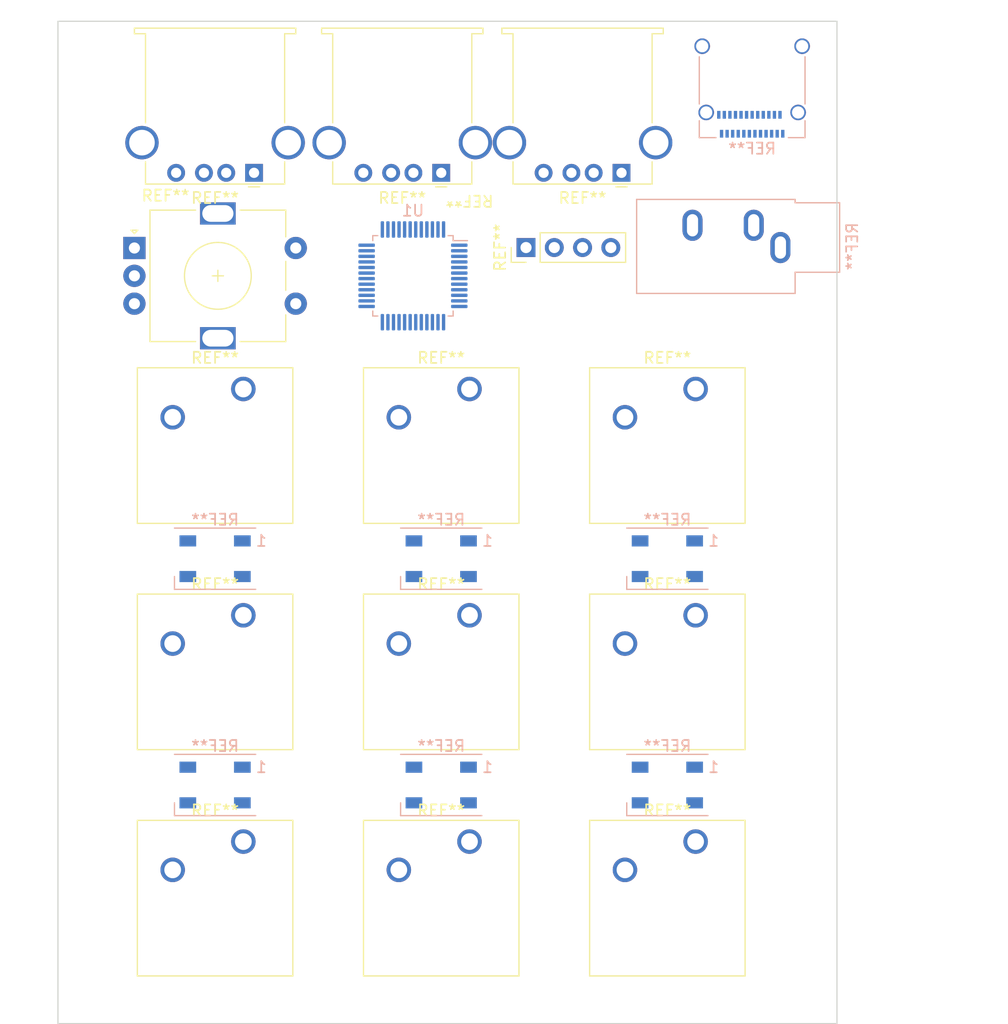
<source format=kicad_pcb>
(kicad_pcb (version 20211014) (generator pcbnew)
  (layers (0 "F.Cu" signal) (31 "B.Cu" signal) (34 "B.Paste" user) (35 "F.Paste" user) (36 "B.SilkS" user "B.Silkscreen") (37 "F.SilkS" user "F.Silkscreen") (38 "B.Mask" user) (39 "F.Mask" user) (44 "Edge.Cuts" user))
  (net 0 "")
  (net 8 "GND")
  (net 9 "+3V3")
  (net 11 "/But_1")
  (net 12 "/But_2")
  (net 13 "/But_3")
  (net 14 "/But_4")
  (net 15 "/But_5")
  (net 16 "/But_6")
  (net 17 "/But_7")
  (net 21 "/SCL")
  (net 22 "/SDA")
  (net 27 "/But_8")
  (footprint "Button_Switch_Keyboard:SW_Cherry_MX_1.00u_PCB" (layer "F.Cu") (at 137.16 109.22)
    (fp_text reference "REF**" (at -2.54 -2.794) (layer "F.SilkS"))
    (fp_text value "SW_Cherry_MX_1.00u_PCB")
    (fp_line (start 4.445 12.065) (end -9.525 12.065) (layer "F.SilkS") (width 0.12))
    (fp_line (start -9.525 -1.905) (end 4.445 -1.905) (layer "F.SilkS") (width 0.12))
    (fp_line (start 4.445 -1.905) (end 4.445 12.065) (layer "F.SilkS") (width 0.12))
    (fp_line (start -9.525 12.065) (end -9.525 -1.905) (layer "F.SilkS") (width 0.12))
    (pad "" np_thru_hole circle (at 2.54 5.08) (size 1.7 1.7) (drill 1.7) (layers *.Cu *.Mask))
    (pad "" np_thru_hole circle (at -2.54 5.08) (size 4 4) (drill 4) (layers *.Cu *.Mask))
    (pad "" np_thru_hole circle (at -7.62 5.08) (size 1.7 1.7) (drill 1.7) (layers *.Cu *.Mask))
    (pad "1" thru_hole circle (at 0 0) (size 2.2 2.2) (drill 1.5) (layers *.Cu *.Mask))
    (pad "2" thru_hole circle (at -6.35 2.54) (size 2.2 2.2) (drill 1.5) (layers *.Cu *.Mask))
  )
  (footprint "Button_Switch_Keyboard:SW_Cherry_MX_1.00u_PCB" (layer "F.Cu") (at 157.48 109.22)
    (fp_text reference "REF**" (at -2.54 -2.794) (layer "F.SilkS"))
    (fp_text value "SW_Cherry_MX_1.00u_PCB")
    (fp_line (start -9.525 -1.905) (end 4.445 -1.905) (layer "F.SilkS") (width 0.12))
    (fp_line (start 4.445 12.065) (end -9.525 12.065) (layer "F.SilkS") (width 0.12))
    (fp_line (start 4.445 -1.905) (end 4.445 12.065) (layer "F.SilkS") (width 0.12))
    (fp_line (start -9.525 12.065) (end -9.525 -1.905) (layer "F.SilkS") (width 0.12))
    (pad "" np_thru_hole circle (at -2.54 5.08) (size 4 4) (drill 4) (layers *.Cu *.Mask))
    (pad "" np_thru_hole circle (at -7.62 5.08) (size 1.7 1.7) (drill 1.7) (layers *.Cu *.Mask))
    (pad "" np_thru_hole circle (at 2.54 5.08) (size 1.7 1.7) (drill 1.7) (layers *.Cu *.Mask))
    (pad "1" thru_hole circle (at 0 0) (size 2.2 2.2) (drill 1.5) (layers *.Cu *.Mask))
    (pad "2" thru_hole circle (at -6.35 2.54) (size 2.2 2.2) (drill 1.5) (layers *.Cu *.Mask))
  )
  (footprint "Connector_USB:USB_A_Stewart_SS-52100-001_Horizontal" (layer "F.Cu") (at 134.62 89.81 180)
    (fp_text reference "REF**" (at 3.5 -2.26) (layer "F.SilkS"))
    (fp_text value "USB_A_Stewart_SS-52100-001_Horizontal")
    (fp_line (start -2.75 4.49) (end -2.75 12.49) (layer "F.SilkS") (width 0.12))
    (fp_line (start -3.75 12.49) (end -3.75 12.99) (layer "F.SilkS") (width 0.12))
    (fp_line (start 10.75 12.99) (end 10.75 12.49) (layer "F.SilkS") (width 0.12))
    (fp_line (start 9.75 12.49) (end 9.75 4.49) (layer "F.SilkS") (width 0.12))
    (fp_line (start 9.75 0.99) (end 9.75 -1.01) (layer "F.SilkS") (width 0.12))
    (fp_line (start -0.5 -1.26) (end 0.5 -1.26) (layer "F.SilkS") (width 0.12))
    (fp_line (start -3.75 12.99) (end 10.75 12.99) (layer "F.SilkS") (width 0.12))
    (fp_line (start 10.75 12.49) (end 9.75 12.49) (layer "F.SilkS") (width 0.12))
    (fp_line (start 9.75 -1.01) (end -2.75 -1.01) (layer "F.SilkS") (width 0.12))
    (fp_line (start -2.75 -1.01) (end -2.75 0.99) (layer "F.SilkS") (width 0.12))
    (fp_line (start -2.75 12.49) (end -3.75 12.49) (layer "F.SilkS") (width 0.12))
    (pad "1" thru_hole rect (at 0 0 180) (size 1.6 1.6) (drill 0.92) (layers *.Cu *.Mask))
    (pad "2" thru_hole circle (at 2.5 0 180) (size 1.6 1.6) (drill 0.92) (layers *.Cu *.Mask))
    (pad "3" thru_hole circle (at 4.5 0 180) (size 1.6 1.6) (drill 0.92) (layers *.Cu *.Mask))
    (pad "4" thru_hole circle (at 7 0 180) (size 1.6 1.6) (drill 0.92) (layers *.Cu *.Mask))
    (pad "5" thru_hole circle (at 10.07 2.71 180) (size 3 3) (drill 2.3) (layers *.Cu *.Mask))
    (pad "5" thru_hole circle (at -3.07 2.71 180) (size 3 3) (drill 2.3) (layers *.Cu *.Mask))
  )
  (footprint "Connector_USB:USB_A_Stewart_SS-52100-001_Horizontal" (layer "F.Cu") (at 117.8 89.81 180)
    (fp_text reference "REF**" (at 3.5 -2.26) (layer "F.SilkS"))
    (fp_text value "USB_A_Stewart_SS-52100-001_Horizontal")
    (fp_line (start -3.75 12.49) (end -3.75 12.99) (layer "F.SilkS") (width 0.12))
    (fp_line (start 9.75 12.49) (end 9.75 4.49) (layer "F.SilkS") (width 0.12))
    (fp_line (start -3.75 12.99) (end 10.75 12.99) (layer "F.SilkS") (width 0.12))
    (fp_line (start 10.75 12.99) (end 10.75 12.49) (layer "F.SilkS") (width 0.12))
    (fp_line (start -2.75 4.49) (end -2.75 12.49) (layer "F.SilkS") (width 0.12))
    (fp_line (start 9.75 -1.01) (end -2.75 -1.01) (layer "F.SilkS") (width 0.12))
    (fp_line (start 10.75 12.49) (end 9.75 12.49) (layer "F.SilkS") (width 0.12))
    (fp_line (start 9.75 0.99) (end 9.75 -1.01) (layer "F.SilkS") (width 0.12))
    (fp_line (start -0.5 -1.26) (end 0.5 -1.26) (layer "F.SilkS") (width 0.12))
    (fp_line (start -2.75 12.49) (end -3.75 12.49) (layer "F.SilkS") (width 0.12))
    (fp_line (start -2.75 -1.01) (end -2.75 0.99) (layer "F.SilkS") (width 0.12))
    (pad "1" thru_hole rect (at 0 0 180) (size 1.6 1.6) (drill 0.92) (layers *.Cu *.Mask))
    (pad "2" thru_hole circle (at 2.5 0 180) (size 1.6 1.6) (drill 0.92) (layers *.Cu *.Mask))
    (pad "3" thru_hole circle (at 4.5 0 180) (size 1.6 1.6) (drill 0.92) (layers *.Cu *.Mask))
    (pad "4" thru_hole circle (at 7 0 180) (size 1.6 1.6) (drill 0.92) (layers *.Cu *.Mask))
    (pad "5" thru_hole circle (at -3.07 2.71 180) (size 3 3) (drill 2.3) (layers *.Cu *.Mask))
    (pad "5" thru_hole circle (at 10.07 2.71 180) (size 3 3) (drill 2.3) (layers *.Cu *.Mask))
  )
  (footprint "Connector_PinHeader_2.54mm:PinHeader_1x04_P2.54mm_Vertical" (layer "F.Cu") (at 142.24 96.52 90)
    (fp_text reference "REF**" (at 0 -2.33 90) (layer "F.SilkS"))
    (fp_text value "PinHeader_1x04_P2.54mm_Vertical")
    (fp_line (start -1.33 1.27) (end -1.33 8.95) (layer "F.SilkS") (width 0.12))
    (fp_line (start -1.33 -1.33) (end 0 -1.33) (layer "F.SilkS") (width 0.12))
    (fp_line (start 1.33 1.27) (end 1.33 8.95) (layer "F.SilkS") (width 0.12))
    (fp_line (start -1.33 8.95) (end 1.33 8.95) (layer "F.SilkS") (width 0.12))
    (fp_line (start -1.33 0) (end -1.33 -1.33) (layer "F.SilkS") (width 0.12))
    (fp_line (start -1.33 1.27) (end 1.33 1.27) (layer "F.SilkS") (width 0.12))
    (pad "1" thru_hole rect (at 0 0 90) (size 1.7 1.7) (drill 1) (layers *.Cu *.Mask))
    (pad "2" thru_hole oval (at 0 2.54 90) (size 1.7 1.7) (drill 1) (layers *.Cu *.Mask))
    (pad "3" thru_hole oval (at 0 5.08 90) (size 1.7 1.7) (drill 1) (layers *.Cu *.Mask))
    (pad "4" thru_hole oval (at 0 7.62 90) (size 1.7 1.7) (drill 1) (layers *.Cu *.Mask))
  )
  (footprint "Button_Switch_Keyboard:SW_Cherry_MX_1.00u_PCB" (layer "F.Cu") (at 116.84 129.54)
    (fp_text reference "REF**" (at -2.54 -2.794) (layer "F.SilkS"))
    (fp_text value "SW_Cherry_MX_1.00u_PCB")
    (fp_line (start -9.525 12.065) (end -9.525 -1.905) (layer "F.SilkS") (width 0.12))
    (fp_line (start 4.445 12.065) (end -9.525 12.065) (layer "F.SilkS") (width 0.12))
    (fp_line (start 4.445 -1.905) (end 4.445 12.065) (layer "F.SilkS") (width 0.12))
    (fp_line (start -9.525 -1.905) (end 4.445 -1.905) (layer "F.SilkS") (width 0.12))
    (pad "" np_thru_hole circle (at -2.54 5.08) (size 4 4) (drill 4) (layers *.Cu *.Mask))
    (pad "" np_thru_hole circle (at 2.54 5.08) (size 1.7 1.7) (drill 1.7) (layers *.Cu *.Mask))
    (pad "" np_thru_hole circle (at -7.62 5.08) (size 1.7 1.7) (drill 1.7) (layers *.Cu *.Mask))
    (pad "1" thru_hole circle (at 0 0) (size 2.2 2.2) (drill 1.5) (layers *.Cu *.Mask))
    (pad "2" thru_hole circle (at -6.35 2.54) (size 2.2 2.2) (drill 1.5) (layers *.Cu *.Mask))
  )
  (footprint "Rotary_Encoder:RotaryEncoder_Alps_EC11E-Switch_Vertical_H20mm" (layer "F.Cu") (at 107.05 96.56)
    (fp_text reference "REF**" (at 2.8 -4.7) (layer "F.SilkS"))
    (fp_text value "RotaryEncoder_Alps_EC11E-Switch_Vertical_H20mm")
    (fp_line (start 7.5 2) (end 7.5 3) (layer "F.SilkS") (width 0.12))
    (fp_line (start 0 -1.3) (end -0.3 -1.6) (layer "F.SilkS") (width 0.12))
    (fp_line (start 1.4 -3.4) (end 1.4 8.4) (layer "F.SilkS") (width 0.12))
    (fp_line (start 7 2.5) (end 8 2.5) (layer "F.SilkS") (width 0.12))
    (fp_line (start 13.6 1.2) (end 13.6 3.8) (layer "F.SilkS") (width 0.12))
    (fp_line (start 9.5 -3.4) (end 13.6 -3.4) (layer "F.SilkS") (width 0.12))
    (fp_line (start 5.5 8.4) (end 1.4 8.4) (layer "F.SilkS") (width 0.12))
    (fp_line (start 13.6 6) (end 13.6 8.4) (layer "F.SilkS") (width 0.12))
    (fp_line (start -0.3 -1.6) (end 0.3 -1.6) (layer "F.SilkS") (width 0.12))
    (fp_line (start 13.6 -3.4) (end 13.6 -1) (layer "F.SilkS") (width 0.12))
    (fp_line (start 5.5 -3.4) (end 1.4 -3.4) (layer "F.SilkS") (width 0.12))
    (fp_line (start 0.3 -1.6) (end 0 -1.3) (layer "F.SilkS") (width 0.12))
    (fp_line (start 13.6 8.4) (end 9.5 8.4) (layer "F.SilkS") (width 0.12))
    (fp_circle (center 7.5 2.5) (end 10.5 2.5) (layer "F.SilkS") (width 0.12) (fill none))
    (pad "A" thru_hole rect (at 0 0) (size 2 2) (drill 1) (layers *.Cu *.Mask))
    (pad "B" thru_hole circle (at 0 5) (size 2 2) (drill 1) (layers *.Cu *.Mask))
    (pad "C" thru_hole circle (at 0 2.5) (size 2 2) (drill 1) (layers *.Cu *.Mask))
    (pad "MP" thru_hole rect (at 7.5 -3.1) (size 3.2 2) (drill oval 2.8 1.5) (layers *.Cu *.Mask))
    (pad "MP" thru_hole rect (at 7.5 8.1) (size 3.2 2) (drill oval 2.8 1.5) (layers *.Cu *.Mask))
    (pad "S1" thru_hole circle (at 14.5 5) (size 2 2) (drill 1) (layers *.Cu *.Mask))
    (pad "S2" thru_hole circle (at 14.5 0) (size 2 2) (drill 1) (layers *.Cu *.Mask))
  )
  (footprint "Connector_USB:USB_A_Stewart_SS-52100-001_Horizontal" (layer "F.Cu") (at 150.82 89.81 180)
    (fp_text reference "REF**" (at 3.5 -2.26) (layer "F.SilkS"))
    (fp_text value "USB_A_Stewart_SS-52100-001_Horizontal")
    (fp_line (start 9.75 12.49) (end 9.75 4.49) (layer "F.SilkS") (width 0.12))
    (fp_line (start -2.75 4.49) (end -2.75 12.49) (layer "F.SilkS") (width 0.12))
    (fp_line (start -2.75 12.49) (end -3.75 12.49) (layer "F.SilkS") (width 0.12))
    (fp_line (start 9.75 0.99) (end 9.75 -1.01) (layer "F.SilkS") (width 0.12))
    (fp_line (start 10.75 12.99) (end 10.75 12.49) (layer "F.SilkS") (width 0.12))
    (fp_line (start -0.5 -1.26) (end 0.5 -1.26) (layer "F.SilkS") (width 0.12))
    (fp_line (start -3.75 12.49) (end -3.75 12.99) (layer "F.SilkS") (width 0.12))
    (fp_line (start 10.75 12.49) (end 9.75 12.49) (layer "F.SilkS") (width 0.12))
    (fp_line (start 9.75 -1.01) (end -2.75 -1.01) (layer "F.SilkS") (width 0.12))
    (fp_line (start -2.75 -1.01) (end -2.75 0.99) (layer "F.SilkS") (width 0.12))
    (fp_line (start -3.75 12.99) (end 10.75 12.99) (layer "F.SilkS") (width 0.12))
    (pad "1" thru_hole rect (at 0 0 180) (size 1.6 1.6) (drill 0.92) (layers *.Cu *.Mask))
    (pad "2" thru_hole circle (at 2.5 0 180) (size 1.6 1.6) (drill 0.92) (layers *.Cu *.Mask))
    (pad "3" thru_hole circle (at 4.5 0 180) (size 1.6 1.6) (drill 0.92) (layers *.Cu *.Mask))
    (pad "4" thru_hole circle (at 7 0 180) (size 1.6 1.6) (drill 0.92) (layers *.Cu *.Mask))
    (pad "5" thru_hole circle (at 10.07 2.71 180) (size 3 3) (drill 2.3) (layers *.Cu *.Mask))
    (pad "5" thru_hole circle (at -3.07 2.71 180) (size 3 3) (drill 2.3) (layers *.Cu *.Mask))
  )
  (footprint "Button_Switch_Keyboard:SW_Cherry_MX_1.00u_PCB" (layer "F.Cu") (at 157.48 149.86)
    (fp_text reference "REF**" (at -2.54 -2.794) (layer "F.SilkS"))
    (fp_text value "SW_Cherry_MX_1.00u_PCB")
    (fp_line (start 4.445 -1.905) (end 4.445 12.065) (layer "F.SilkS") (width 0.12))
    (fp_line (start -9.525 12.065) (end -9.525 -1.905) (layer "F.SilkS") (width 0.12))
    (fp_line (start -9.525 -1.905) (end 4.445 -1.905) (layer "F.SilkS") (width 0.12))
    (fp_line (start 4.445 12.065) (end -9.525 12.065) (layer "F.SilkS") (width 0.12))
    (pad "" np_thru_hole circle (at 2.54 5.08) (size 1.7 1.7) (drill 1.7) (layers *.Cu *.Mask))
    (pad "" np_thru_hole circle (at -2.54 5.08) (size 4 4) (drill 4) (layers *.Cu *.Mask))
    (pad "" np_thru_hole circle (at -7.62 5.08) (size 1.7 1.7) (drill 1.7) (layers *.Cu *.Mask))
    (pad "1" thru_hole circle (at 0 0) (size 2.2 2.2) (drill 1.5) (layers *.Cu *.Mask))
    (pad "2" thru_hole circle (at -6.35 2.54) (size 2.2 2.2) (drill 1.5) (layers *.Cu *.Mask))
  )
  (footprint "Button_Switch_Keyboard:SW_Cherry_MX_1.00u_PCB" (layer "F.Cu") (at 137.16 149.86)
    (fp_text reference "REF**" (at -2.54 -2.794) (layer "F.SilkS"))
    (fp_text value "SW_Cherry_MX_1.00u_PCB")
    (fp_line (start 4.445 -1.905) (end 4.445 12.065) (layer "F.SilkS") (width 0.12))
    (fp_line (start -9.525 -1.905) (end 4.445 -1.905) (layer "F.SilkS") (width 0.12))
    (fp_line (start 4.445 12.065) (end -9.525 12.065) (layer "F.SilkS") (width 0.12))
    (fp_line (start -9.525 12.065) (end -9.525 -1.905) (layer "F.SilkS") (width 0.12))
    (pad "" np_thru_hole circle (at -2.54 5.08) (size 4 4) (drill 4) (layers *.Cu *.Mask))
    (pad "" np_thru_hole circle (at 2.54 5.08) (size 1.7 1.7) (drill 1.7) (layers *.Cu *.Mask))
    (pad "" np_thru_hole circle (at -7.62 5.08) (size 1.7 1.7) (drill 1.7) (layers *.Cu *.Mask))
    (pad "1" thru_hole circle (at 0 0) (size 2.2 2.2) (drill 1.5) (layers *.Cu *.Mask))
    (pad "2" thru_hole circle (at -6.35 2.54) (size 2.2 2.2) (drill 1.5) (layers *.Cu *.Mask))
  )
  (footprint "Button_Switch_Keyboard:SW_Cherry_MX_1.00u_PCB" (layer "F.Cu") (at 116.84 149.86)
    (fp_text reference "REF**" (at -2.54 -2.794) (layer "F.SilkS"))
    (fp_text value "SW_Cherry_MX_1.00u_PCB")
    (fp_line (start 4.445 12.065) (end -9.525 12.065) (layer "F.SilkS") (width 0.12))
    (fp_line (start -9.525 -1.905) (end 4.445 -1.905) (layer "F.SilkS") (width 0.12))
    (fp_line (start 4.445 -1.905) (end 4.445 12.065) (layer "F.SilkS") (width 0.12))
    (fp_line (start -9.525 12.065) (end -9.525 -1.905) (layer "F.SilkS") (width 0.12))
    (pad "" np_thru_hole circle (at 2.54 5.08) (size 1.7 1.7) (drill 1.7) (layers *.Cu *.Mask))
    (pad "" np_thru_hole circle (at -7.62 5.08) (size 1.7 1.7) (drill 1.7) (layers *.Cu *.Mask))
    (pad "" np_thru_hole circle (at -2.54 5.08) (size 4 4) (drill 4) (layers *.Cu *.Mask))
    (pad "1" thru_hole circle (at 0 0) (size 2.2 2.2) (drill 1.5) (layers *.Cu *.Mask))
    (pad "2" thru_hole circle (at -6.35 2.54) (size 2.2 2.2) (drill 1.5) (layers *.Cu *.Mask))
  )
  (footprint "Button_Switch_Keyboard:SW_Cherry_MX_1.00u_PCB" (layer "F.Cu") (at 137.16 129.54)
    (fp_text reference "REF**" (at -2.54 -2.794) (layer "F.SilkS"))
    (fp_text value "SW_Cherry_MX_1.00u_PCB")
    (fp_line (start -9.525 12.065) (end -9.525 -1.905) (layer "F.SilkS") (width 0.12))
    (fp_line (start -9.525 -1.905) (end 4.445 -1.905) (layer "F.SilkS") (width 0.12))
    (fp_line (start 4.445 -1.905) (end 4.445 12.065) (layer "F.SilkS") (width 0.12))
    (fp_line (start 4.445 12.065) (end -9.525 12.065) (layer "F.SilkS") (width 0.12))
    (pad "" np_thru_hole circle (at -7.62 5.08) (size 1.7 1.7) (drill 1.7) (layers *.Cu *.Mask))
    (pad "" np_thru_hole circle (at -2.54 5.08) (size 4 4) (drill 4) (layers *.Cu *.Mask))
    (pad "" np_thru_hole circle (at 2.54 5.08) (size 1.7 1.7) (drill 1.7) (layers *.Cu *.Mask))
    (pad "1" thru_hole circle (at 0 0) (size 2.2 2.2) (drill 1.5) (layers *.Cu *.Mask))
    (pad "2" thru_hole circle (at -6.35 2.54) (size 2.2 2.2) (drill 1.5) (layers *.Cu *.Mask))
  )
  (footprint "Button_Switch_Keyboard:SW_Cherry_MX_1.00u_PCB" (layer "F.Cu") (at 116.84 109.22)
    (fp_text reference "REF**" (at -2.54 -2.794) (layer "F.SilkS"))
    (fp_text value "SW_Cherry_MX_1.00u_PCB")
    (fp_line (start -9.525 -1.905) (end 4.445 -1.905) (layer "F.SilkS") (width 0.12))
    (fp_line (start 4.445 12.065) (end -9.525 12.065) (layer "F.SilkS") (width 0.12))
    (fp_line (start 4.445 -1.905) (end 4.445 12.065) (layer "F.SilkS") (width 0.12))
    (fp_line (start -9.525 12.065) (end -9.525 -1.905) (layer "F.SilkS") (width 0.12))
    (pad "" np_thru_hole circle (at 2.54 5.08) (size 1.7 1.7) (drill 1.7) (layers *.Cu *.Mask))
    (pad "" np_thru_hole circle (at -7.62 5.08) (size 1.7 1.7) (drill 1.7) (layers *.Cu *.Mask))
    (pad "" np_thru_hole circle (at -2.54 5.08) (size 4 4) (drill 4) (layers *.Cu *.Mask))
    (pad "1" thru_hole circle (at 0 0) (size 2.2 2.2) (drill 1.5) (layers *.Cu *.Mask))
    (pad "2" thru_hole circle (at -6.35 2.54) (size 2.2 2.2) (drill 1.5) (layers *.Cu *.Mask))
  )
  (footprint "Button_Switch_Keyboard:SW_Cherry_MX_1.00u_PCB" (layer "F.Cu") (at 157.48 129.54)
    (fp_text reference "REF**" (at -2.54 -2.794) (layer "F.SilkS"))
    (fp_text value "SW_Cherry_MX_1.00u_PCB")
    (fp_line (start 4.445 12.065) (end -9.525 12.065) (layer "F.SilkS") (width 0.12))
    (fp_line (start -9.525 -1.905) (end 4.445 -1.905) (layer "F.SilkS") (width 0.12))
    (fp_line (start 4.445 -1.905) (end 4.445 12.065) (layer "F.SilkS") (width 0.12))
    (fp_line (start -9.525 12.065) (end -9.525 -1.905) (layer "F.SilkS") (width 0.12))
    (pad "" np_thru_hole circle (at -7.62 5.08) (size 1.7 1.7) (drill 1.7) (layers *.Cu *.Mask))
    (pad "" np_thru_hole circle (at 2.54 5.08) (size 1.7 1.7) (drill 1.7) (layers *.Cu *.Mask))
    (pad "" np_thru_hole circle (at -2.54 5.08) (size 4 4) (drill 4) (layers *.Cu *.Mask))
    (pad "1" thru_hole circle (at 0 0) (size 2.2 2.2) (drill 1.5) (layers *.Cu *.Mask))
    (pad "2" thru_hole circle (at -6.35 2.54) (size 2.2 2.2) (drill 1.5) (layers *.Cu *.Mask))
  )
  (footprint "Package_QFP:LQFP-48_7x7mm_P0.5mm" (layer "B.Cu") (at 132.08 99.06 180)
    (fp_text reference "U1" (at 0 5.85) (layer "B.SilkS") (effects (justify mirror)))
    (fp_text value "STM32 MCU")
    (fp_line (start -3.16 -3.61) (end -3.61 -3.61) (layer "B.SilkS") (width 0.12))
    (fp_line (start 3.61 3.61) (end 3.61 3.16) (layer "B.SilkS") (width 0.12))
    (fp_line (start -3.16 3.61) (end -3.61 3.61) (layer "B.SilkS") (width 0.12))
    (fp_line (start -3.61 3.16) (end -4.9 3.16) (layer "B.SilkS") (width 0.12))
    (fp_line (start 3.61 -3.61) (end 3.61 -3.16) (layer "B.SilkS") (width 0.12))
    (fp_line (start -3.61 3.61) (end -3.61 3.16) (layer "B.SilkS") (width 0.12))
    (fp_line (start -3.61 -3.61) (end -3.61 -3.16) (layer "B.SilkS") (width 0.12))
    (fp_line (start 3.16 3.61) (end 3.61 3.61) (layer "B.SilkS") (width 0.12))
    (fp_line (start 3.16 -3.61) (end 3.61 -3.61) (layer "B.SilkS") (width 0.12))
    (pad "1" smd roundrect (at -4.1625 2.75 180) (size 1.475 0.3) (layers "B.Cu" "B.Paste" "B.Mask"))
    (pad "2" smd roundrect (at -4.1625 2.25 180) (size 1.475 0.3) (layers "B.Cu" "B.Paste" "B.Mask"))
    (pad "3" smd roundrect (at -4.1625 1.75 180) (size 1.475 0.3) (layers "B.Cu" "B.Paste" "B.Mask"))
    (pad "4" smd roundrect (at -4.1625 1.25 180) (size 1.475 0.3) (layers "B.Cu" "B.Paste" "B.Mask"))
    (pad "5" smd roundrect (at -4.1625 0.75 180) (size 1.475 0.3) (layers "B.Cu" "B.Paste" "B.Mask"))
    (pad "6" smd roundrect (at -4.1625 0.25 180) (size 1.475 0.3) (layers "B.Cu" "B.Paste" "B.Mask"))
    (pad "7" smd roundrect (at -4.1625 -0.25 180) (size 1.475 0.3) (layers "B.Cu" "B.Paste" "B.Mask"))
    (pad "8" smd roundrect (at -4.1625 -0.75 180) (size 1.475 0.3) (layers "B.Cu" "B.Paste" "B.Mask") (net 8 "GND"))
    (pad "9" smd roundrect (at -4.1625 -1.25 180) (size 1.475 0.3) (layers "B.Cu" "B.Paste" "B.Mask") (net 9 "+3V3"))
    (pad "10" smd roundrect (at -4.1625 -1.75 180) (size 1.475 0.3) (layers "B.Cu" "B.Paste" "B.Mask"))
    (pad "11" smd roundrect (at -4.1625 -2.25 180) (size 1.475 0.3) (layers "B.Cu" "B.Paste" "B.Mask") (net 11 "/But_1"))
    (pad "12" smd roundrect (at -4.1625 -2.75 180) (size 1.475 0.3) (layers "B.Cu" "B.Paste" "B.Mask") (net 12 "/But_2"))
    (pad "13" smd roundrect (at -2.75 -4.1625 180) (size 0.3 1.475) (layers "B.Cu" "B.Paste" "B.Mask") (net 13 "/But_3"))
    (pad "14" smd roundrect (at -2.25 -4.1625 180) (size 0.3 1.475) (layers "B.Cu" "B.Paste" "B.Mask") (net 14 "/But_4"))
    (pad "15" smd roundrect (at -1.75 -4.1625 180) (size 0.3 1.475) (layers "B.Cu" "B.Paste" "B.Mask") (net 15 "/But_5"))
    (pad "16" smd roundrect (at -1.25 -4.1625 180) (size 0.3 1.475) (layers "B.Cu" "B.Paste" "B.Mask") (net 16 "/But_6"))
    (pad "17" smd roundrect (at -0.75 -4.1625 180) (size 0.3 1.475) (layers "B.Cu" "B.Paste" "B.Mask") (net 17 "/But_7"))
    (pad "18" smd roundrect (at -0.25 -4.1625 180) (size 0.3 1.475) (layers "B.Cu" "B.Paste" "B.Mask"))
    (pad "19" smd roundrect (at 0.25 -4.1625 180) (size 0.3 1.475) (layers "B.Cu" "B.Paste" "B.Mask"))
    (pad "20" smd roundrect (at 0.75 -4.1625 180) (size 0.3 1.475) (layers "B.Cu" "B.Paste" "B.Mask"))
    (pad "21" smd roundrect (at 1.25 -4.1625 180) (size 0.3 1.475) (layers "B.Cu" "B.Paste" "B.Mask") (net 21 "/SCL"))
    (pad "22" smd roundrect (at 1.75 -4.1625 180) (size 0.3 1.475) (layers "B.Cu" "B.Paste" "B.Mask") (net 22 "/SDA"))
    (pad "23" smd roundrect (at 2.25 -4.1625 180) (size 0.3 1.475) (layers "B.Cu" "B.Paste" "B.Mask") (net 8 "GND"))
    (pad "24" smd roundrect (at 2.75 -4.1625 180) (size 0.3 1.475) (layers "B.Cu" "B.Paste" "B.Mask") (net 9 "+3V3"))
    (pad "25" smd roundrect (at 4.1625 -2.75 180) (size 1.475 0.3) (layers "B.Cu" "B.Paste" "B.Mask"))
    (pad "26" smd roundrect (at 4.1625 -2.25 180) (size 1.475 0.3) (layers "B.Cu" "B.Paste" "B.Mask"))
    (pad "27" smd roundrect (at 4.1625 -1.75 180) (size 1.475 0.3) (layers "B.Cu" "B.Paste" "B.Mask"))
    (pad "28" smd roundrect (at 4.1625 -1.25 180) (size 1.475 0.3) (layers "B.Cu" "B.Paste" "B.Mask"))
    (pad "29" smd roundrect (at 4.1625 -0.75 180) (size 1.475 0.3) (layers "B.Cu" "B.Paste" "B.Mask") (net 27 "/But_8"))
    (pad "30" smd roundrect (at 4.1625 -0.25 180) (size 1.475 0.3) (layers "B.Cu" "B.Paste" "B.Mask"))
    (pad "31" smd roundrect (at 4.1625 0.25 180) (size 1.475 0.3) (layers "B.Cu" "B.Paste" "B.Mask"))
    (pad "32" smd roundrect (at 4.1625 0.75 180) (size 1.475 0.3) (layers "B.Cu" "B.Paste" "B.Mask"))
    (pad "33" smd roundrect (at 4.1625 1.25 180) (size 1.475 0.3) (layers "B.Cu" "B.Paste" "B.Mask"))
    (pad "34" smd roundrect (at 4.1625 1.75 180) (size 1.475 0.3) (layers "B.Cu" "B.Paste" "B.Mask"))
    (pad "35" smd roundrect (at 4.1625 2.25 180) (size 1.475 0.3) (layers "B.Cu" "B.Paste" "B.Mask") (net 8 "GND"))
    (pad "36" smd roundrect (at 4.1625 2.75 180) (size 1.475 0.3) (layers "B.Cu" "B.Paste" "B.Mask") (net 9 "+3V3"))
    (pad "37" smd roundrect (at 2.75 4.1625 180) (size 0.3 1.475) (layers "B.Cu" "B.Paste" "B.Mask"))
    (pad "38" smd roundrect (at 2.25 4.1625 180) (size 0.3 1.475) (layers "B.Cu" "B.Paste" "B.Mask"))
    (pad "39" smd roundrect (at 1.75 4.1625 180) (size 0.3 1.475) (layers "B.Cu" "B.Paste" "B.Mask"))
    (pad "40" smd roundrect (at 1.25 4.1625 180) (size 0.3 1.475) (layers "B.Cu" "B.Paste" "B.Mask"))
    (pad "41" smd roundrect (at 0.75 4.1625 180) (size 0.3 1.475) (layers "B.Cu" "B.Paste" "B.Mask"))
    (pad "42" smd roundrect (at 0.25 4.1625 180) (size 0.3 1.475) (layers "B.Cu" "B.Paste" "B.Mask"))
    (pad "43" smd roundrect (at -0.25 4.1625 180) (size 0.3 1.475) (layers "B.Cu" "B.Paste" "B.Mask"))
    (pad "44" smd roundrect (at -0.75 4.1625 180) (size 0.3 1.475) (layers "B.Cu" "B.Paste" "B.Mask"))
    (pad "45" smd roundrect (at -1.25 4.1625 180) (size 0.3 1.475) (layers "B.Cu" "B.Paste" "B.Mask"))
    (pad "46" smd roundrect (at -1.75 4.1625 180) (size 0.3 1.475) (layers "B.Cu" "B.Paste" "B.Mask"))
    (pad "47" smd roundrect (at -2.25 4.1625 180) (size 0.3 1.475) (layers "B.Cu" "B.Paste" "B.Mask") (net 8 "GND"))
    (pad "48" smd roundrect (at -2.75 4.1625 180) (size 0.3 1.475) (layers "B.Cu" "B.Paste" "B.Mask") (net 9 "+3V3"))
  )
  (footprint "Connector_USB:USB_C_Receptacle_Amphenol_12401610E4-2A_CircularHoles" (layer "B.Cu") (at 162.56 81.28)
    (fp_text reference "REF**" (at 0 6.36) (layer "B.SilkS") (effects (justify mirror)))
    (fp_text value "USB_C_Receptacle_Amphenol_12401610E4-2A_CircularHoles")
    (fp_line (start 4.75 5.37) (end 4.75 3.85) (layer "B.SilkS") (width 0.12))
    (fp_line (start -4.75 5.37) (end -3.25 5.37) (layer "B.SilkS") (width 0.12))
    (fp_line (start -4.75 2.35) (end -4.75 -1.89) (layer "B.SilkS") (width 0.12))
    (fp_line (start 3.25 5.37) (end 4.75 5.37) (layer "B.SilkS") (width 0.12))
    (fp_line (start -4.75 5.37) (end -4.75 3.85) (layer "B.SilkS") (width 0.12))
    (fp_line (start 4.75 2.35) (end 4.75 -1.89) (layer "B.SilkS") (width 0.12))
    (pad "" np_thru_hole circle (at -3.6 4.36) (size 0.65 0.65) (drill 0.65) (layers *.Cu *.Mask))
    (pad "" np_thru_hole circle (at 3.6 4.36) (size 0.95 0.95) (drill 0.95) (layers *.Cu *.Mask))
    (pad "A1" smd rect (at -2.75 5.02) (size 0.3 0.7) (layers "B.Cu" "B.Paste" "B.Mask"))
    (pad "A2" smd rect (at -2.25 5.02) (size 0.3 0.7) (layers "B.Cu" "B.Paste" "B.Mask"))
    (pad "A3" smd rect (at -1.75 5.02) (size 0.3 0.7) (layers "B.Cu" "B.Paste" "B.Mask"))
    (pad "A4" smd rect (at -1.25 5.02) (size 0.3 0.7) (layers "B.Cu" "B.Paste" "B.Mask"))
    (pad "A5" smd rect (at -0.75 5.02) (size 0.3 0.7) (layers "B.Cu" "B.Paste" "B.Mask"))
    (pad "A6" smd rect (at -0.25 5.02) (size 0.3 0.7) (layers "B.Cu" "B.Paste" "B.Mask"))
    (pad "A7" smd rect (at 0.25 5.02) (size 0.3 0.7) (layers "B.Cu" "B.Paste" "B.Mask"))
    (pad "A8" smd rect (at 0.75 5.02) (size 0.3 0.7) (layers "B.Cu" "B.Paste" "B.Mask"))
    (pad "A9" smd rect (at 1.25 5.02) (size 0.3 0.7) (layers "B.Cu" "B.Paste" "B.Mask"))
    (pad "A10" smd rect (at 1.75 5.02) (size 0.3 0.7) (layers "B.Cu" "B.Paste" "B.Mask"))
    (pad "A11" smd rect (at 2.25 5.02) (size 0.3 0.7) (layers "B.Cu" "B.Paste" "B.Mask"))
    (pad "A12" smd rect (at 2.75 5.02) (size 0.3 0.7) (layers "B.Cu" "B.Paste" "B.Mask"))
    (pad "B1" smd rect (at 2.5 3.32) (size 0.3 0.7) (layers "B.Cu" "B.Paste" "B.Mask"))
    (pad "B2" smd rect (at 2 3.32) (size 0.3 0.7) (layers "B.Cu" "B.Paste" "B.Mask"))
    (pad "B3" smd rect (at 1.5 3.32) (size 0.3 0.7) (layers "B.Cu" "B.Paste" "B.Mask"))
    (pad "B4" smd rect (at 1 3.32) (size 0.3 0.7) (layers "B.Cu" "B.Paste" "B.Mask"))
    (pad "B5" smd rect (at 0.5 3.32) (size 0.3 0.7) (layers "B.Cu" "B.Paste" "B.Mask"))
    (pad "B6" smd rect (at 0 3.32) (size 0.3 0.7) (layers "B.Cu" "B.Paste" "B.Mask"))
    (pad "B7" smd rect (at -0.5 3.32) (size 0.3 0.7) (layers "B.Cu" "B.Paste" "B.Mask"))
    (pad "B8" smd rect (at -1 3.32) (size 0.3 0.7) (layers "B.Cu" "B.Paste" "B.Mask"))
    (pad "B9" smd rect (at -1.5 3.32) (size 0.3 0.7) (layers "B.Cu" "B.Paste" "B.Mask"))
    (pad "B10" smd rect (at -2 3.32) (size 0.3 0.7) (layers "B.Cu" "B.Paste" "B.Mask"))
    (pad "B11" smd rect (at -2.5 3.32) (size 0.3 0.7) (layers "B.Cu" "B.Paste" "B.Mask"))
    (pad "B12" smd rect (at -3 3.32) (size 0.3 0.7) (layers "B.Cu" "B.Paste" "B.Mask"))
    (pad "S1" thru_hole circle (at 4.13 3.11) (size 1.4 1.4) (drill 1.1) (layers *.Cu *.Mask))
    (pad "S1" thru_hole circle (at -4.49 -2.84) (size 1.4 1.4) (drill 1.1) (layers *.Cu *.Mask))
    (pad "S1" thru_hole circle (at 4.49 -2.84) (size 1.4 1.4) (drill 1.1) (layers *.Cu *.Mask))
    (pad "S1" thru_hole circle (at -4.13 3.11) (size 1.4 1.4) (drill 1.1) (layers *.Cu *.Mask))
  )
  (footprint "Connector_Audio:Jack_3.5mm_CUI_SJ1-3533NG_Horizontal" (layer "B.Cu") (at 165.1 96.52 90)
    (fp_text reference "REF**" (at 0.1 6.45 90) (layer "B.SilkS") (effects (justify mirror)))
    (fp_text value "Jack_3.5mm_CUI_SJ1-3533NG_Horizontal")
    (fp_line (start 4.32 1.32) (end 4.32 -12.92) (layer "B.SilkS") (width 0.12))
    (fp_line (start 4.02 5.32) (end 4.02 1.32) (layer "B.SilkS") (width 0.12))
    (fp_line (start -4.12 1.32) (end -2.22 1.32) (layer "B.SilkS") (width 0.12))
    (fp_line (start -2.22 5.32) (end 4.02 5.32) (layer "B.SilkS") (width 0.12))
    (fp_line (start -4.12 -12.92) (end -4.12 1.32) (layer "B.SilkS") (width 0.12))
    (fp_line (start 4.32 -12.92) (end -4.12 -12.92) (layer "B.SilkS") (width 0.12))
    (fp_line (start 4.02 1.32) (end 4.32 1.32) (layer "B.SilkS") (width 0.12))
    (fp_line (start -2.22 1.32) (end -2.22 5.32) (layer "B.SilkS") (width 0.12))
    (pad "R" thru_hole oval (at 2 -7.9 90) (size 2.8 1.8) (drill oval 2 1) (layers *.Cu *.Mask))
    (pad "S" thru_hole oval (at 0 0 90) (size 2.8 1.8) (drill oval 2 1) (layers *.Cu *.Mask))
    (pad "T" thru_hole oval (at 2 -2.4 90) (size 2.8 1.8) (drill oval 2 1) (layers *.Cu *.Mask))
  )
  (footprint "LED_SMD:LED_WS2812B_PLCC4_5.0x5.0mm_P3.2mm" (layer "B.Cu") (at 154.94 144.78 180)
    (fp_text reference "REF**" (at 0 3.5) (layer "B.SilkS") (effects (justify mirror)))
    (fp_text value "LED_WS2812B_PLCC4_5.0x5.0mm_P3.2mm")
    (fp_text user "1" (at -4.15 1.6) (layer "B.SilkS") (effects (justify mirror)))
    (fp_line (start -3.65 2.75) (end 3.65 2.75) (layer "B.SilkS") (width 0.12))
    (fp_line (start 3.65 -2.75) (end 3.65 -1.6) (layer "B.SilkS") (width 0.12))
    (fp_line (start -3.65 -2.75) (end 3.65 -2.75) (layer "B.SilkS") (width 0.12))
    (pad "1" smd rect (at -2.45 1.6 180) (size 1.5 1) (layers "B.Cu" "B.Paste" "B.Mask"))
    (pad "2" smd rect (at -2.45 -1.6 180) (size 1.5 1) (layers "B.Cu" "B.Paste" "B.Mask"))
    (pad "3" smd rect (at 2.45 -1.6 180) (size 1.5 1) (layers "B.Cu" "B.Paste" "B.Mask"))
    (pad "4" smd rect (at 2.45 1.6 180) (size 1.5 1) (layers "B.Cu" "B.Paste" "B.Mask"))
  )
  (footprint "LED_SMD:LED_WS2812B_PLCC4_5.0x5.0mm_P3.2mm" (layer "B.Cu") (at 154.94 124.46 180)
    (fp_text reference "REF**" (at 0 3.5) (layer "B.SilkS") (effects (justify mirror)))
    (fp_text value "LED_WS2812B_PLCC4_5.0x5.0mm_P3.2mm")
    (fp_text user "1" (at -4.15 1.6) (layer "B.SilkS") (effects (justify mirror)))
    (fp_line (start -3.65 -2.75) (end 3.65 -2.75) (layer "B.SilkS") (width 0.12))
    (fp_line (start -3.65 2.75) (end 3.65 2.75) (layer "B.SilkS") (width 0.12))
    (fp_line (start 3.65 -2.75) (end 3.65 -1.6) (layer "B.SilkS") (width 0.12))
    (pad "1" smd rect (at -2.45 1.6 180) (size 1.5 1) (layers "B.Cu" "B.Paste" "B.Mask"))
    (pad "2" smd rect (at -2.45 -1.6 180) (size 1.5 1) (layers "B.Cu" "B.Paste" "B.Mask"))
    (pad "3" smd rect (at 2.45 -1.6 180) (size 1.5 1) (layers "B.Cu" "B.Paste" "B.Mask"))
    (pad "4" smd rect (at 2.45 1.6 180) (size 1.5 1) (layers "B.Cu" "B.Paste" "B.Mask"))
  )
  (footprint "LED_SMD:LED_WS2812B_PLCC4_5.0x5.0mm_P3.2mm" (layer "B.Cu") (at 114.3 124.46 180)
    (fp_text reference "REF**" (at 0 3.5) (layer "B.SilkS") (effects (justify mirror)))
    (fp_text value "LED_WS2812B_PLCC4_5.0x5.0mm_P3.2mm")
    (fp_text user "1" (at -4.15 1.6) (layer "B.SilkS") (effects (justify mirror)))
    (fp_line (start -3.65 2.75) (end 3.65 2.75) (layer "B.SilkS") (width 0.12))
    (fp_line (start 3.65 -2.75) (end 3.65 -1.6) (layer "B.SilkS") (width 0.12))
    (fp_line (start -3.65 -2.75) (end 3.65 -2.75) (layer "B.SilkS") (width 0.12))
    (pad "1" smd rect (at -2.45 1.6 180) (size 1.5 1) (layers "B.Cu" "B.Paste" "B.Mask"))
    (pad "2" smd rect (at -2.45 -1.6 180) (size 1.5 1) (layers "B.Cu" "B.Paste" "B.Mask"))
    (pad "3" smd rect (at 2.45 -1.6 180) (size 1.5 1) (layers "B.Cu" "B.Paste" "B.Mask"))
    (pad "4" smd rect (at 2.45 1.6 180) (size 1.5 1) (layers "B.Cu" "B.Paste" "B.Mask"))
  )
  (footprint "LED_SMD:LED_WS2812B_PLCC4_5.0x5.0mm_P3.2mm" (layer "B.Cu") (at 134.62 144.78 180)
    (fp_text reference "REF**" (at 0 3.5) (layer "B.SilkS") (effects (justify mirror)))
    (fp_text value "LED_WS2812B_PLCC4_5.0x5.0mm_P3.2mm")
    (fp_text user "1" (at -4.15 1.6) (layer "B.SilkS") (effects (justify mirror)))
    (fp_line (start -3.65 -2.75) (end 3.65 -2.75) (layer "B.SilkS") (width 0.12))
    (fp_line (start -3.65 2.75) (end 3.65 2.75) (layer "B.SilkS") (width 0.12))
    (fp_line (start 3.65 -2.75) (end 3.65 -1.6) (layer "B.SilkS") (width 0.12))
    (pad "1" smd rect (at -2.45 1.6 180) (size 1.5 1) (layers "B.Cu" "B.Paste" "B.Mask"))
    (pad "2" smd rect (at -2.45 -1.6 180) (size 1.5 1) (layers "B.Cu" "B.Paste" "B.Mask"))
    (pad "3" smd rect (at 2.45 -1.6 180) (size 1.5 1) (layers "B.Cu" "B.Paste" "B.Mask"))
    (pad "4" smd rect (at 2.45 1.6 180) (size 1.5 1) (layers "B.Cu" "B.Paste" "B.Mask"))
  )
  (footprint "LED_SMD:LED_WS2812B_PLCC4_5.0x5.0mm_P3.2mm" (layer "B.Cu") (at 134.62 124.46 180)
    (fp_text reference "REF**" (at 0 3.5) (layer "B.SilkS") (effects (justify mirror)))
    (fp_text value "LED_WS2812B_PLCC4_5.0x5.0mm_P3.2mm")
    (fp_text user "1" (at -4.15 1.6) (layer "B.SilkS") (effects (justify mirror)))
    (fp_line (start -3.65 -2.75) (end 3.65 -2.75) (layer "B.SilkS") (width 0.12))
    (fp_line (start 3.65 -2.75) (end 3.65 -1.6) (layer "B.SilkS") (width 0.12))
    (fp_line (start -3.65 2.75) (end 3.65 2.75) (layer "B.SilkS") (width 0.12))
    (pad "1" smd rect (at -2.45 1.6 180) (size 1.5 1) (layers "B.Cu" "B.Paste" "B.Mask"))
    (pad "2" smd rect (at -2.45 -1.6 180) (size 1.5 1) (layers "B.Cu" "B.Paste" "B.Mask"))
    (pad "3" smd rect (at 2.45 -1.6 180) (size 1.5 1) (layers "B.Cu" "B.Paste" "B.Mask"))
    (pad "4" smd rect (at 2.45 1.6 180) (size 1.5 1) (layers "B.Cu" "B.Paste" "B.Mask"))
  )
  (footprint "LED_SMD:LED_WS2812B_PLCC4_5.0x5.0mm_P3.2mm" (layer "B.Cu") (at 114.3 144.78 180)
    (fp_text reference "REF**" (at 0 3.5) (layer "B.SilkS") (effects (justify mirror)))
    (fp_text value "LED_WS2812B_PLCC4_5.0x5.0mm_P3.2mm")
    (fp_text user "1" (at -4.15 1.6) (layer "B.SilkS") (effects (justify mirror)))
    (fp_line (start 3.65 -2.75) (end 3.65 -1.6) (layer "B.SilkS") (width 0.12))
    (fp_line (start -3.65 2.75) (end 3.65 2.75) (layer "B.SilkS") (width 0.12))
    (fp_line (start -3.65 -2.75) (end 3.65 -2.75) (layer "B.SilkS") (width 0.12))
    (pad "1" smd rect (at -2.45 1.6 180) (size 1.5 1) (layers "B.Cu" "B.Paste" "B.Mask"))
    (pad "2" smd rect (at -2.45 -1.6 180) (size 1.5 1) (layers "B.Cu" "B.Paste" "B.Mask"))
    (pad "3" smd rect (at 2.45 -1.6 180) (size 1.5 1) (layers "B.Cu" "B.Paste" "B.Mask"))
    (pad "4" smd rect (at 2.45 1.6 180) (size 1.5 1) (layers "B.Cu" "B.Paste" "B.Mask"))
  )
  (gr_line (start 100.18 166.2) (end 100.18 76.2) (layer "Edge.Cuts") (width 0.1))
  (gr_line (start 100.18 76.2) (end 170.18 76.2) (layer "Edge.Cuts") (width 0.1))
  (gr_line (start 100.18 166.2) (end 170.18 166.2) (layer "Edge.Cuts") (width 0.1))
  (gr_line (start 170.18 166.2) (end 170.18 76.2) (layer "Edge.Cuts") (width 0.1))
  (gr_text "REF**" (at 137.16 92.32 180) (layer "F.SilkS") (effects (font (size 1 1))))
)
</source>
